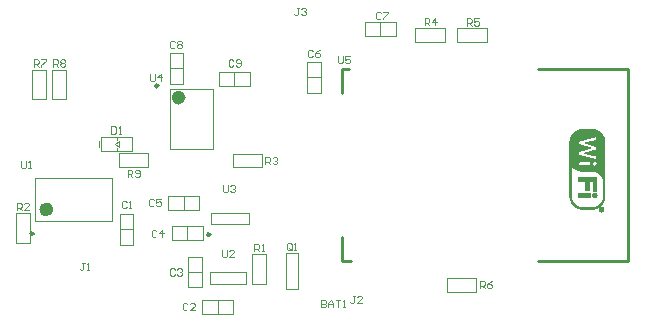
<source format=gbr>
%TF.GenerationSoftware,Altium Limited,Altium Designer,20.1.8 (145)*%
G04 Layer_Color=16777215*
%FSLAX45Y45*%
%MOMM*%
%TF.SameCoordinates,2300FDCC-ED38-457A-842E-A9769F27D6F2*%
%TF.FilePolarity,Positive*%
%TF.FileFunction,Legend,Top*%
%TF.Part,Single*%
G01*
G75*
%TA.AperFunction,NonConductor*%
%ADD32C,0.60000*%
%ADD33C,0.25000*%
%ADD34C,0.10160*%
%ADD35C,0.01270*%
%ADD36C,0.25400*%
D32*
X440080Y1022580D02*
G03*
X440080Y1022580I-30000J0D01*
G01*
X1560000Y1970000D02*
G03*
X1560000Y1970000I-30000J0D01*
G01*
D33*
X302500Y817500D02*
G03*
X302500Y817500I-12500J0D01*
G01*
X1357500Y2070000D02*
G03*
X1357500Y2070000I-12500J0D01*
G01*
X1797500Y809840D02*
G03*
X1797500Y809840I-12500J0D01*
G01*
D34*
X2438999Y650800D02*
X2539000Y650800D01*
X2438999Y650800D02*
X2439000Y350940D01*
X2539000D02*
Y650800D01*
X2439000Y350940D02*
X2539000D01*
X1800140Y395001D02*
Y495001D01*
Y395001D02*
X2100000D01*
X1800140Y495001D02*
X2100000Y495001D01*
X2100000Y395001D01*
X2267793Y395140D02*
Y644060D01*
X2150953Y395140D02*
X2267793D01*
X2150953D02*
Y644060D01*
X2267793D01*
X153640Y988460D02*
X270480D01*
X153640Y739540D02*
Y988460D01*
Y739540D02*
X270480D01*
Y988460D01*
X1990320Y1495326D02*
X2239240D01*
Y1378486D02*
Y1495326D01*
X1990320Y1378486D02*
X2239240D01*
X1990320D02*
Y1495326D01*
X3534180Y2441580D02*
Y2558420D01*
Y2441580D02*
X3783100D01*
Y2558420D01*
X3534180D02*
X3783100D01*
X3889880Y2441580D02*
X4138800D01*
X3889880D02*
Y2558420D01*
X4138800D01*
Y2441580D02*
Y2558420D01*
X4049640Y325580D02*
Y442420D01*
X3800720D02*
X4049640D01*
X3800720Y325580D02*
Y442420D01*
Y325580D02*
X4049640D01*
X289080Y1954300D02*
Y2203220D01*
X405920D01*
Y1954300D02*
Y2203220D01*
X289080Y1954300D02*
X405920D01*
X457200D02*
X574040D01*
Y2203220D01*
X457200D02*
X574040D01*
X457200Y1954300D02*
Y2203220D01*
X1023040Y1498600D02*
X1271960D01*
Y1381760D02*
Y1498600D01*
X1023040Y1381760D02*
X1271960D01*
X1023040D02*
Y1498600D01*
X965000Y927500D02*
Y1292500D01*
X315000Y927500D02*
Y1292500D01*
X965000D01*
X315000Y927500D02*
X965000D01*
X1455000Y1535000D02*
X1825000D01*
X1455000Y2045000D02*
X1825000D01*
Y1535000D02*
Y2045000D01*
X1455000Y1535000D02*
Y2045000D01*
X1026296Y1552687D02*
Y1601993D01*
X988196Y1577340D02*
X1026296Y1601993D01*
X988196Y1577340D02*
X1026296Y1552687D01*
X875420Y1518920D02*
Y1635760D01*
X1139580D01*
X875420Y1518920D02*
X1139580D01*
X852560Y1551940D02*
Y1602740D01*
X1007500Y1518920D02*
Y1542340D01*
Y1612340D02*
Y1635760D01*
X1139580Y1518920D02*
Y1635760D01*
X1805000Y899840D02*
Y989840D01*
X2125000Y899840D02*
Y989840D01*
X1805000Y899840D02*
X2125000D01*
X1805000Y989840D02*
X2125000D01*
X1031580Y983860D02*
X1148420D01*
X1031580Y724780D02*
Y983860D01*
Y724780D02*
X1148420D01*
Y983860D01*
X1031580Y854320D02*
X1148420D01*
X1862380Y139700D02*
Y256540D01*
X1732840D02*
X1991920D01*
Y139700D02*
Y256540D01*
X1732840Y139700D02*
X1991920D01*
X1732840D02*
Y256540D01*
X1611580Y362961D02*
X1728420D01*
Y622041D01*
X1611580D02*
X1728420D01*
X1611580Y362961D02*
Y622041D01*
Y492501D02*
X1728420D01*
X1605040Y761580D02*
Y878420D01*
X1475500D02*
X1734580D01*
Y761580D02*
Y878420D01*
X1475500Y761580D02*
X1734580D01*
X1475500D02*
Y878420D01*
X1442840Y1021420D02*
Y1138260D01*
Y1021420D02*
X1701920D01*
Y1138260D01*
X1442840D02*
X1701920D01*
X1572380Y1021420D02*
Y1138260D01*
X2617596Y2141940D02*
X2734436D01*
X2617596Y2012400D02*
Y2271480D01*
X2734436D01*
Y2012400D02*
Y2271480D01*
X2617596Y2012400D02*
X2734436D01*
X2132040Y2067560D02*
Y2184400D01*
X1872960D02*
X2132040D01*
X1872960Y2067560D02*
Y2184400D01*
Y2067560D02*
X2132040D01*
X2002500D02*
Y2184400D01*
X3237620Y2491580D02*
Y2608420D01*
X3108080Y2491580D02*
X3367160D01*
X3108080D02*
Y2608420D01*
X3367160D01*
Y2491580D02*
Y2608420D01*
X1454802Y2345880D02*
X1571642D01*
X1454802Y2086800D02*
Y2345880D01*
Y2086800D02*
X1571642D01*
Y2345880D01*
X1454802Y2216340D02*
X1571642D01*
X961503Y1726145D02*
Y1665205D01*
X991973D01*
X1002130Y1675362D01*
Y1715988D01*
X991973Y1726145D01*
X961503D01*
X1022443Y1665205D02*
X1042756D01*
X1032600D01*
Y1726145D01*
X1022443Y1715988D01*
X1098810Y1299277D02*
Y1360217D01*
X1129280D01*
X1139436Y1350060D01*
Y1329747D01*
X1129280Y1319590D01*
X1098810D01*
X1119123D02*
X1139436Y1299277D01*
X1159750Y1309433D02*
X1169906Y1299277D01*
X1190220D01*
X1200377Y1309433D01*
Y1350060D01*
X1190220Y1360217D01*
X1169906D01*
X1159750Y1350060D01*
Y1339903D01*
X1169906Y1329747D01*
X1200377D01*
X1908174Y1226971D02*
Y1176187D01*
X1918331Y1166031D01*
X1938644D01*
X1948801Y1176187D01*
Y1226971D01*
X1969114Y1216814D02*
X1979271Y1226971D01*
X1999585D01*
X2009741Y1216814D01*
Y1206657D01*
X1999585Y1196501D01*
X1989428D01*
X1999585D01*
X2009741Y1186344D01*
Y1176187D01*
X1999585Y1166031D01*
X1979271D01*
X1969114Y1176187D01*
X469268Y2231165D02*
Y2292105D01*
X499738D01*
X509895Y2281948D01*
Y2261635D01*
X499738Y2251478D01*
X469268D01*
X489581D02*
X509895Y2231165D01*
X530208Y2281948D02*
X540365Y2292105D01*
X560678D01*
X570835Y2281948D01*
Y2271791D01*
X560678Y2261635D01*
X570835Y2251478D01*
Y2241321D01*
X560678Y2231165D01*
X540365D01*
X530208Y2241321D01*
Y2251478D01*
X540365Y2261635D01*
X530208Y2271791D01*
Y2281948D01*
X540365Y2261635D02*
X560678D01*
X305137Y2231165D02*
Y2292105D01*
X335607D01*
X345764Y2281948D01*
Y2261635D01*
X335607Y2251478D01*
X305137D01*
X325450D02*
X345764Y2231165D01*
X366077Y2292105D02*
X406704D01*
Y2281948D01*
X366077Y2241321D01*
Y2231165D01*
X734996Y571031D02*
X714683D01*
X724840D01*
Y520248D01*
X714683Y510091D01*
X704526D01*
X694369Y520248D01*
X755310Y510091D02*
X775623D01*
X765466D01*
Y571031D01*
X755310Y560874D01*
X2879216Y2320470D02*
Y2269687D01*
X2889373Y2259530D01*
X2909687D01*
X2919843Y2269687D01*
Y2320470D01*
X2980783D02*
X2940157D01*
Y2290000D01*
X2960470Y2300157D01*
X2970627D01*
X2980783Y2290000D01*
Y2269687D01*
X2970627Y2259530D01*
X2950313D01*
X2940157Y2269687D01*
X1289217Y2170470D02*
Y2119687D01*
X1299373Y2109530D01*
X1319687D01*
X1329843Y2119687D01*
Y2170470D01*
X1380627Y2109530D02*
Y2170470D01*
X1350157Y2140000D01*
X1390784D01*
X1899217Y681370D02*
Y630587D01*
X1909373Y620430D01*
X1929687D01*
X1939843Y630587D01*
Y681370D01*
X2000784Y620430D02*
X1960157D01*
X2000784Y661057D01*
Y671214D01*
X1990627Y681370D01*
X1970314D01*
X1960157Y671214D01*
X197173Y1434394D02*
Y1383611D01*
X207330Y1373454D01*
X227643D01*
X237800Y1383611D01*
Y1434394D01*
X258114Y1373454D02*
X278427D01*
X268270D01*
Y1434394D01*
X258114Y1424237D01*
X4081797Y357850D02*
Y418790D01*
X4112267D01*
X4122423Y408633D01*
Y388320D01*
X4112267Y378163D01*
X4081797D01*
X4102110D02*
X4122423Y357850D01*
X4183363Y418790D02*
X4163050Y408633D01*
X4142737Y388320D01*
Y368007D01*
X4152893Y357850D01*
X4173207D01*
X4183363Y368007D01*
Y378163D01*
X4173207Y388320D01*
X4142737D01*
X3969963Y2578986D02*
Y2639926D01*
X4000433D01*
X4010590Y2629769D01*
Y2609456D01*
X4000433Y2599299D01*
X3969963D01*
X3990276D02*
X4010590Y2578986D01*
X4071530Y2639926D02*
X4030903D01*
Y2609456D01*
X4051216Y2619612D01*
X4061373D01*
X4071530Y2609456D01*
Y2589142D01*
X4061373Y2578986D01*
X4041060D01*
X4030903Y2589142D01*
X3612984Y2581425D02*
Y2642365D01*
X3643454D01*
X3653610Y2632209D01*
Y2611895D01*
X3643454Y2601739D01*
X3612984D01*
X3633297D02*
X3653610Y2581425D01*
X3704394D02*
Y2642365D01*
X3673924Y2611895D01*
X3714551D01*
X2265697Y1404630D02*
Y1465570D01*
X2296167D01*
X2306323Y1455413D01*
Y1435100D01*
X2296167Y1424943D01*
X2265697D01*
X2286010D02*
X2306323Y1404630D01*
X2326637Y1455413D02*
X2336793Y1465570D01*
X2357107D01*
X2367263Y1455413D01*
Y1445257D01*
X2357107Y1435100D01*
X2346950D01*
X2357107D01*
X2367263Y1424943D01*
Y1414787D01*
X2357107Y1404630D01*
X2336793D01*
X2326637Y1414787D01*
X161277Y1016010D02*
Y1076950D01*
X191747D01*
X201903Y1066793D01*
Y1046480D01*
X191747Y1036323D01*
X161277D01*
X181590D02*
X201903Y1016010D01*
X262844D02*
X222217D01*
X262844Y1056637D01*
Y1066793D01*
X252687Y1076950D01*
X232373D01*
X222217Y1066793D01*
X2172534Y666726D02*
Y727666D01*
X2203004D01*
X2213161Y717509D01*
Y697196D01*
X2203004Y687039D01*
X2172534D01*
X2192848D02*
X2213161Y666726D01*
X2233474D02*
X2253788D01*
X2243631D01*
Y727666D01*
X2233474Y717509D01*
X2487435Y689488D02*
Y730114D01*
X2477279Y740271D01*
X2456965D01*
X2446808Y730114D01*
Y689488D01*
X2456965Y679331D01*
X2477279D01*
X2467122Y699644D02*
X2487435Y679331D01*
X2477279D02*
X2487435Y689488D01*
X2507749Y679331D02*
X2528062D01*
X2517905D01*
Y740271D01*
X2507749Y730114D01*
X3024063Y291790D02*
X3003750D01*
X3013907D01*
Y241007D01*
X3003750Y230850D01*
X2993593D01*
X2983437Y241007D01*
X3085003Y230850D02*
X3044377D01*
X3085003Y271477D01*
Y281633D01*
X3074847Y291790D01*
X3054533D01*
X3044377Y281633D01*
X1499179Y2439863D02*
X1489022Y2450020D01*
X1468709D01*
X1458552Y2439863D01*
Y2399237D01*
X1468709Y2389080D01*
X1489022D01*
X1499179Y2399237D01*
X1519492Y2439863D02*
X1529649Y2450020D01*
X1549962D01*
X1560119Y2439863D01*
Y2429707D01*
X1549962Y2419550D01*
X1560119Y2409393D01*
Y2399237D01*
X1549962Y2389080D01*
X1529649D01*
X1519492Y2399237D01*
Y2409393D01*
X1529649Y2419550D01*
X1519492Y2429707D01*
Y2439863D01*
X1529649Y2419550D02*
X1549962D01*
X3244997Y2684097D02*
X3234840Y2694254D01*
X3214526D01*
X3204370Y2684097D01*
Y2643470D01*
X3214526Y2633314D01*
X3234840D01*
X3244997Y2643470D01*
X3265310Y2694254D02*
X3305937D01*
Y2684097D01*
X3265310Y2643470D01*
Y2633314D01*
X1993777Y2283084D02*
X1983620Y2293241D01*
X1963307D01*
X1953150Y2283084D01*
Y2242457D01*
X1963307Y2232301D01*
X1983620D01*
X1993777Y2242457D01*
X2014090D02*
X2024247Y2232301D01*
X2044561D01*
X2054717Y2242457D01*
Y2283084D01*
X2044561Y2293241D01*
X2024247D01*
X2014090Y2283084D01*
Y2272927D01*
X2024247Y2262771D01*
X2054717D01*
X2664720Y2366398D02*
X2654564Y2376555D01*
X2634250D01*
X2624094Y2366398D01*
Y2325771D01*
X2634250Y2315615D01*
X2654564D01*
X2664720Y2325771D01*
X2725661Y2376555D02*
X2705347Y2366398D01*
X2685034Y2346085D01*
Y2325771D01*
X2695190Y2315615D01*
X2715504D01*
X2725661Y2325771D01*
Y2335928D01*
X2715504Y2346085D01*
X2685034D01*
X1319843Y1100154D02*
X1309687Y1110310D01*
X1289373D01*
X1279217Y1100154D01*
Y1059527D01*
X1289373Y1049370D01*
X1309687D01*
X1319843Y1059527D01*
X1380784Y1110310D02*
X1340157D01*
Y1079840D01*
X1360470Y1089997D01*
X1370627D01*
X1380784Y1079840D01*
Y1059527D01*
X1370627Y1049370D01*
X1350314D01*
X1340157Y1059527D01*
X1342504Y840313D02*
X1332347Y850470D01*
X1312034D01*
X1301877Y840313D01*
Y799686D01*
X1312034Y789530D01*
X1332347D01*
X1342504Y799686D01*
X1393287Y789530D02*
Y850470D01*
X1362817Y820000D01*
X1403444D01*
X1498603Y512814D02*
X1488447Y522971D01*
X1468133D01*
X1457977Y512814D01*
Y472187D01*
X1468133Y462031D01*
X1488447D01*
X1498603Y472187D01*
X1518917Y512814D02*
X1529073Y522971D01*
X1549387D01*
X1559543Y512814D01*
Y502657D01*
X1549387Y492501D01*
X1539230D01*
X1549387D01*
X1559543Y482344D01*
Y472187D01*
X1549387Y462031D01*
X1529073D01*
X1518917Y472187D01*
X1605284Y218133D02*
X1595127Y228290D01*
X1574813D01*
X1564657Y218133D01*
Y177507D01*
X1574813Y167350D01*
X1595127D01*
X1605284Y177507D01*
X1666224Y167350D02*
X1625597D01*
X1666224Y207977D01*
Y218133D01*
X1656067Y228290D01*
X1635754D01*
X1625597Y218133D01*
X1090000Y1087113D02*
X1079843Y1097270D01*
X1059530D01*
X1049373Y1087113D01*
Y1046487D01*
X1059530Y1036330D01*
X1079843D01*
X1090000Y1046487D01*
X1110314Y1036330D02*
X1130627D01*
X1120470D01*
Y1097270D01*
X1110314Y1087113D01*
X2738153Y253990D02*
Y193050D01*
X2768623D01*
X2778780Y203207D01*
Y213363D01*
X2768623Y223520D01*
X2738153D01*
X2768623D01*
X2778780Y233677D01*
Y243833D01*
X2768623Y253990D01*
X2738153D01*
X2799093Y193050D02*
Y233677D01*
X2819407Y253990D01*
X2839720Y233677D01*
Y193050D01*
Y223520D01*
X2799093D01*
X2860033Y253990D02*
X2900660D01*
X2880347D01*
Y193050D01*
X2920974D02*
X2941287D01*
X2931130D01*
Y253990D01*
X2920974Y243833D01*
X2549319Y2729077D02*
X2529006D01*
X2539162D01*
Y2678294D01*
X2529006Y2668137D01*
X2518849D01*
X2508692Y2678294D01*
X2569632Y2718921D02*
X2579789Y2729077D01*
X2600102D01*
X2610259Y2718921D01*
Y2708764D01*
X2600102Y2698607D01*
X2589946D01*
X2600102D01*
X2610259Y2688451D01*
Y2678294D01*
X2600102Y2668137D01*
X2579789D01*
X2569632Y2678294D01*
D35*
X4840070Y1130540D02*
Y1600440D01*
X4841340Y1120380D02*
Y1609330D01*
X4842610Y1115300D02*
Y1615680D01*
X4843880Y1110220D02*
Y1620760D01*
X4845150Y1106410D02*
Y1624570D01*
X4846420Y1102600D02*
Y1628380D01*
X4847690Y1098790D02*
Y1632190D01*
X4848960Y1096250D02*
Y1634730D01*
X4850230Y1093710D02*
Y1637270D01*
X4851500Y1091170D02*
Y1128000D01*
Y1398510D02*
Y1639810D01*
X4852770Y1088630D02*
Y1119110D01*
Y1397240D02*
Y1642350D01*
X4854040Y1086090D02*
Y1112760D01*
Y1394700D02*
Y1644890D01*
X4855310Y1083550D02*
Y1108950D01*
Y1393430D02*
Y1647430D01*
X4856580Y1081010D02*
Y1105140D01*
Y1392160D02*
Y1649970D01*
X4857850Y1079740D02*
Y1101330D01*
Y1390890D02*
Y1651240D01*
X4859120Y1077200D02*
Y1098790D01*
Y1389620D02*
Y1653780D01*
X4860390Y1075930D02*
Y1096250D01*
Y1388350D02*
Y1655050D01*
X4861660Y1074660D02*
Y1093710D01*
Y1387080D02*
Y1657590D01*
X4862930Y1072120D02*
Y1091170D01*
Y1385810D02*
Y1658860D01*
X4864200Y1070850D02*
Y1088630D01*
Y1384540D02*
Y1660130D01*
X4865470Y1069580D02*
Y1086090D01*
Y1383270D02*
Y1661400D01*
X4866740Y1068310D02*
Y1084820D01*
Y1382000D02*
Y1662670D01*
X4868010Y1065770D02*
Y1082280D01*
Y1380730D02*
Y1665210D01*
X4869280Y1064500D02*
Y1081010D01*
Y1379460D02*
Y1666480D01*
X4870550Y1063230D02*
Y1079740D01*
Y1379460D02*
Y1667750D01*
X4871820Y1061960D02*
Y1077200D01*
Y1378190D02*
Y1669020D01*
X4873090Y1060690D02*
Y1075930D01*
Y1376920D02*
Y1670290D01*
X4874360Y1059420D02*
Y1074660D01*
Y1375650D02*
Y1671560D01*
X4875630Y1058150D02*
Y1073390D01*
Y1374380D02*
Y1672830D01*
X4876900Y1056880D02*
Y1072120D01*
Y1374380D02*
Y1674100D01*
X4878170Y1055610D02*
Y1069580D01*
Y1373110D02*
Y1675370D01*
X4879440Y1055610D02*
Y1068310D01*
Y1371840D02*
Y1676640D01*
X4880710Y1054340D02*
Y1067040D01*
Y1371840D02*
Y1676640D01*
X4881980Y1053070D02*
Y1065770D01*
Y1370570D02*
Y1677910D01*
X4883250Y1051800D02*
Y1065770D01*
Y1369300D02*
Y1679180D01*
X4884520Y1050530D02*
Y1064500D01*
Y1369300D02*
Y1680450D01*
X4885790Y1050530D02*
Y1063230D01*
Y1368030D02*
Y1680450D01*
X4887060Y1049260D02*
Y1061960D01*
Y1366760D02*
Y1681720D01*
X4888330Y1047990D02*
Y1060690D01*
Y1366760D02*
Y1682990D01*
X4889600Y1046720D02*
Y1059420D01*
Y1365490D02*
Y1684260D01*
X4890870Y1046720D02*
Y1059420D01*
Y1365490D02*
Y1684260D01*
X4892140Y1045450D02*
Y1058150D01*
Y1364220D02*
Y1685530D01*
X4893410Y1044180D02*
Y1056880D01*
Y1364220D02*
Y1686800D01*
X4894680Y1044180D02*
Y1055610D01*
Y1362950D02*
Y1686800D01*
X4895950Y1042910D02*
Y1055610D01*
Y1362950D02*
Y1688070D01*
X4897220Y1042910D02*
Y1054340D01*
Y1361680D02*
Y1688070D01*
X4898490Y1041640D02*
Y1053070D01*
Y1361680D02*
Y1689340D01*
X4899760Y1041640D02*
Y1053070D01*
Y1360410D02*
Y1690610D01*
X4901030Y1040370D02*
Y1051800D01*
Y1360410D02*
Y1690610D01*
X4902300Y1040370D02*
Y1051800D01*
Y1360410D02*
Y1691880D01*
X4903570Y1039100D02*
Y1050530D01*
Y1359140D02*
Y1691880D01*
X4904840Y1039100D02*
Y1050530D01*
Y1359140D02*
Y1693150D01*
X4906110Y1037830D02*
Y1049260D01*
Y1357870D02*
Y1693150D01*
X4907380Y1037830D02*
Y1049260D01*
Y1357870D02*
Y1693150D01*
X4908650Y1036560D02*
Y1047990D01*
Y1357870D02*
Y1694420D01*
X4909920Y1036560D02*
Y1047990D01*
Y1356600D02*
Y1694420D01*
X4911190Y1035290D02*
Y1046720D01*
Y1126730D02*
Y1128000D01*
Y1131810D02*
Y1152130D01*
Y1154670D02*
Y1157210D01*
Y1263890D02*
Y1295640D01*
Y1356600D02*
Y1395970D01*
Y1427720D02*
Y1487410D01*
Y1507730D02*
Y1510270D01*
Y1511540D02*
Y1512810D01*
Y1515350D02*
Y1578850D01*
Y1599170D02*
Y1600440D01*
Y1602980D02*
Y1695690D01*
X4912460Y1035290D02*
Y1046720D01*
Y1126730D02*
Y1159750D01*
Y1263890D02*
Y1298180D01*
Y1356600D02*
Y1395970D01*
Y1428990D02*
Y1487410D01*
Y1515350D02*
Y1576310D01*
Y1604250D02*
Y1695690D01*
X4913730Y1035290D02*
Y1045450D01*
Y1126730D02*
Y1159750D01*
Y1263890D02*
Y1298180D01*
Y1355330D02*
Y1395970D01*
Y1428990D02*
Y1486140D01*
Y1515350D02*
Y1576310D01*
Y1604250D02*
Y1695690D01*
X4915000Y1034020D02*
Y1045450D01*
Y1126730D02*
Y1159750D01*
Y1263890D02*
Y1298180D01*
Y1355330D02*
Y1395970D01*
Y1428990D02*
Y1486140D01*
Y1516620D02*
Y1576310D01*
Y1604250D02*
Y1696960D01*
X4916270Y1034020D02*
Y1045450D01*
Y1126730D02*
Y1159750D01*
Y1263890D02*
Y1298180D01*
Y1355330D02*
Y1395970D01*
Y1427720D02*
Y1486140D01*
Y1516620D02*
Y1575040D01*
Y1605520D02*
Y1696960D01*
X4917540Y1034020D02*
Y1044180D01*
Y1126730D02*
Y1159750D01*
Y1263890D02*
Y1298180D01*
Y1355330D02*
Y1395970D01*
Y1427720D02*
Y1486140D01*
Y1516620D02*
Y1575040D01*
Y1605520D02*
Y1698230D01*
X4918810Y1032750D02*
Y1044180D01*
Y1126730D02*
Y1159750D01*
Y1263890D02*
Y1298180D01*
Y1354060D02*
Y1395970D01*
Y1428990D02*
Y1484870D01*
Y1517890D02*
Y1575040D01*
Y1605520D02*
Y1698230D01*
X4920080Y1032750D02*
Y1044180D01*
Y1126730D02*
Y1159750D01*
Y1263890D02*
Y1298180D01*
Y1354060D02*
Y1395970D01*
Y1428990D02*
Y1484870D01*
Y1517890D02*
Y1573770D01*
Y1605520D02*
Y1698230D01*
X4921350Y1032750D02*
Y1042910D01*
Y1126730D02*
Y1159750D01*
Y1263890D02*
Y1298180D01*
Y1354060D02*
Y1395970D01*
Y1428990D02*
Y1484870D01*
Y1517890D02*
Y1573770D01*
Y1606790D02*
Y1698230D01*
X4922620Y1031480D02*
Y1042910D01*
Y1126730D02*
Y1159750D01*
Y1263890D02*
Y1298180D01*
Y1354060D02*
Y1395970D01*
Y1428990D02*
Y1484870D01*
Y1517890D02*
Y1573770D01*
Y1606790D02*
Y1699500D01*
X4923890Y1031480D02*
Y1042910D01*
Y1126730D02*
Y1159750D01*
Y1263890D02*
Y1298180D01*
Y1352790D02*
Y1395970D01*
Y1428990D02*
Y1483600D01*
Y1519160D02*
Y1573770D01*
Y1606790D02*
Y1699500D01*
X4925160Y1031480D02*
Y1041640D01*
Y1126730D02*
Y1159750D01*
Y1263890D02*
Y1298180D01*
Y1352790D02*
Y1395970D01*
Y1428990D02*
Y1483600D01*
Y1519160D02*
Y1572500D01*
Y1608060D02*
Y1699500D01*
X4926430Y1031480D02*
Y1041640D01*
Y1126730D02*
Y1159750D01*
Y1263890D02*
Y1298180D01*
Y1352790D02*
Y1395970D01*
Y1428990D02*
Y1483600D01*
Y1519160D02*
Y1572500D01*
Y1608060D02*
Y1700770D01*
X4927700Y1030210D02*
Y1041640D01*
Y1126730D02*
Y1159750D01*
Y1263890D02*
Y1298180D01*
Y1352790D02*
Y1395970D01*
Y1428990D02*
Y1482330D01*
Y1520430D02*
Y1572500D01*
Y1608060D02*
Y1700770D01*
X4928970Y1030210D02*
Y1041640D01*
Y1126730D02*
Y1159750D01*
Y1263890D02*
Y1298180D01*
Y1352790D02*
Y1395970D01*
Y1428990D02*
Y1482330D01*
Y1520430D02*
Y1571230D01*
Y1608060D02*
Y1700770D01*
X4930240Y1030210D02*
Y1040370D01*
Y1126730D02*
Y1159750D01*
Y1263890D02*
Y1298180D01*
Y1351520D02*
Y1395970D01*
Y1428990D02*
Y1482330D01*
Y1520430D02*
Y1571230D01*
Y1609330D02*
Y1700770D01*
X4931510Y1030210D02*
Y1040370D01*
Y1126730D02*
Y1159750D01*
Y1263890D02*
Y1298180D01*
Y1351520D02*
Y1395970D01*
Y1428990D02*
Y1482330D01*
Y1520430D02*
Y1571230D01*
Y1609330D02*
Y1700770D01*
X4932780Y1030210D02*
Y1040370D01*
Y1126730D02*
Y1159750D01*
Y1263890D02*
Y1298180D01*
Y1351520D02*
Y1395970D01*
Y1428990D02*
Y1481060D01*
Y1521700D02*
Y1571230D01*
Y1609330D02*
Y1702040D01*
X4934050Y1028940D02*
Y1040370D01*
Y1126730D02*
Y1159750D01*
Y1263890D02*
Y1298180D01*
Y1351520D02*
Y1395970D01*
Y1428990D02*
Y1481060D01*
Y1521700D02*
Y1569960D01*
Y1609330D02*
Y1702040D01*
X4935320Y1028940D02*
Y1040370D01*
Y1126730D02*
Y1159750D01*
Y1263890D02*
Y1298180D01*
Y1351520D02*
Y1395970D01*
Y1428990D02*
Y1481060D01*
Y1521700D02*
Y1569960D01*
Y1610600D02*
Y1702040D01*
X4936590Y1028940D02*
Y1039100D01*
Y1126730D02*
Y1159750D01*
Y1263890D02*
Y1298180D01*
Y1351520D02*
Y1395970D01*
Y1428990D02*
Y1481060D01*
Y1522970D02*
Y1569960D01*
Y1610600D02*
Y1702040D01*
X4937860Y1028940D02*
Y1039100D01*
Y1126730D02*
Y1159750D01*
Y1263890D02*
Y1298180D01*
Y1351520D02*
Y1395970D01*
Y1428990D02*
Y1479790D01*
Y1522970D02*
Y1568690D01*
Y1610600D02*
Y1702040D01*
X4939130Y1028940D02*
Y1039100D01*
Y1126730D02*
Y1159750D01*
Y1263890D02*
Y1298180D01*
Y1351520D02*
Y1395970D01*
Y1428990D02*
Y1479790D01*
Y1522970D02*
Y1568690D01*
Y1610600D02*
Y1702040D01*
X4940400Y1028940D02*
Y1039100D01*
Y1126730D02*
Y1159750D01*
Y1263890D02*
Y1298180D01*
Y1350250D02*
Y1395970D01*
Y1428990D02*
Y1479790D01*
Y1524240D02*
Y1568690D01*
Y1611870D02*
Y1702040D01*
X4941670Y1027670D02*
Y1039100D01*
Y1126730D02*
Y1159750D01*
Y1263890D02*
Y1298180D01*
Y1350250D02*
Y1395970D01*
Y1428990D02*
Y1479790D01*
Y1524240D02*
Y1568690D01*
Y1611870D02*
Y1703310D01*
X4942940Y1027670D02*
Y1039100D01*
Y1126730D02*
Y1159750D01*
Y1263890D02*
Y1298180D01*
Y1350250D02*
Y1395970D01*
Y1428990D02*
Y1478520D01*
Y1524240D02*
Y1567420D01*
Y1611870D02*
Y1703310D01*
X4944210Y1027670D02*
Y1039100D01*
Y1126730D02*
Y1159750D01*
Y1263890D02*
Y1298180D01*
Y1350250D02*
Y1395970D01*
Y1428990D02*
Y1478520D01*
Y1524240D02*
Y1567420D01*
Y1613140D02*
Y1703310D01*
X4945480Y1027670D02*
Y1039100D01*
Y1126730D02*
Y1159750D01*
Y1263890D02*
Y1298180D01*
Y1350250D02*
Y1395970D01*
Y1428990D02*
Y1478520D01*
Y1525510D02*
Y1567420D01*
Y1613140D02*
Y1703310D01*
X4946750Y1027670D02*
Y1039100D01*
Y1126730D02*
Y1159750D01*
Y1263890D02*
Y1298180D01*
Y1350250D02*
Y1395970D01*
Y1428990D02*
Y1478520D01*
Y1525510D02*
Y1566150D01*
Y1613140D02*
Y1703310D01*
X4948020Y1027670D02*
Y1039100D01*
Y1126730D02*
Y1159750D01*
Y1263890D02*
Y1298180D01*
Y1350250D02*
Y1395970D01*
Y1428990D02*
Y1477250D01*
Y1525510D02*
Y1566150D01*
Y1613140D02*
Y1703310D01*
X4949290Y1027670D02*
Y1039100D01*
Y1126730D02*
Y1159750D01*
Y1263890D02*
Y1298180D01*
Y1350250D02*
Y1395970D01*
Y1428990D02*
Y1477250D01*
Y1526780D02*
Y1566150D01*
Y1614410D02*
Y1703310D01*
X4950560Y1027670D02*
Y1039100D01*
Y1126730D02*
Y1159750D01*
Y1263890D02*
Y1298180D01*
Y1350250D02*
Y1395970D01*
Y1428990D02*
Y1477250D01*
Y1526780D02*
Y1566150D01*
Y1614410D02*
Y1703310D01*
X4951830Y1027670D02*
Y1039100D01*
Y1126730D02*
Y1159750D01*
Y1263890D02*
Y1298180D01*
Y1350250D02*
Y1395970D01*
Y1428990D02*
Y1475980D01*
Y1526780D02*
Y1564880D01*
Y1614410D02*
Y1703310D01*
X4953100Y1027670D02*
Y1039100D01*
Y1126730D02*
Y1159750D01*
Y1263890D02*
Y1298180D01*
Y1350250D02*
Y1395970D01*
Y1428990D02*
Y1475980D01*
Y1526780D02*
Y1564880D01*
Y1614410D02*
Y1703310D01*
X4954370Y1027670D02*
Y1039100D01*
Y1126730D02*
Y1159750D01*
Y1263890D02*
Y1298180D01*
Y1350250D02*
Y1395970D01*
Y1428990D02*
Y1475980D01*
Y1528050D02*
Y1564880D01*
Y1615680D02*
Y1703310D01*
X4955640Y1027670D02*
Y1039100D01*
Y1126730D02*
Y1159750D01*
Y1263890D02*
Y1298180D01*
Y1350250D02*
Y1395970D01*
Y1428990D02*
Y1475980D01*
Y1528050D02*
Y1563610D01*
Y1615680D02*
Y1703310D01*
X4956910Y1027670D02*
Y1039100D01*
Y1126730D02*
Y1159750D01*
Y1263890D02*
Y1298180D01*
Y1350250D02*
Y1395970D01*
Y1428990D02*
Y1474710D01*
Y1528050D02*
Y1563610D01*
Y1615680D02*
Y1703310D01*
X4958180Y1027670D02*
Y1039100D01*
Y1126730D02*
Y1159750D01*
Y1263890D02*
Y1298180D01*
Y1350250D02*
Y1395970D01*
Y1428990D02*
Y1474710D01*
Y1528050D02*
Y1563610D01*
Y1615680D02*
Y1703310D01*
X4959450Y1027670D02*
Y1039100D01*
Y1126730D02*
Y1159750D01*
Y1263890D02*
Y1298180D01*
Y1350250D02*
Y1395970D01*
Y1428990D02*
Y1474710D01*
Y1529320D02*
Y1563610D01*
Y1616950D02*
Y1703310D01*
X4960720Y1027670D02*
Y1039100D01*
Y1126730D02*
Y1159750D01*
Y1263890D02*
Y1298180D01*
Y1350250D02*
Y1395970D01*
Y1428990D02*
Y1474710D01*
Y1529320D02*
Y1562340D01*
Y1616950D02*
Y1703310D01*
X4961990Y1027670D02*
Y1039100D01*
Y1126730D02*
Y1159750D01*
Y1263890D02*
Y1298180D01*
Y1350250D02*
Y1395970D01*
Y1428990D02*
Y1473440D01*
Y1529320D02*
Y1562340D01*
Y1616950D02*
Y1703310D01*
X4963260Y1027670D02*
Y1039100D01*
Y1126730D02*
Y1159750D01*
Y1263890D02*
Y1298180D01*
Y1350250D02*
Y1395970D01*
Y1428990D02*
Y1473440D01*
Y1530590D02*
Y1562340D01*
Y1618220D02*
Y1703310D01*
X4964530Y1027670D02*
Y1039100D01*
Y1126730D02*
Y1159750D01*
Y1263890D02*
Y1298180D01*
Y1350250D02*
Y1395970D01*
Y1428990D02*
Y1473440D01*
Y1530590D02*
Y1561070D01*
Y1618220D02*
Y1703310D01*
X4965800Y1027670D02*
Y1039100D01*
Y1126730D02*
Y1159750D01*
Y1263890D02*
Y1298180D01*
Y1350250D02*
Y1395970D01*
Y1428990D02*
Y1473440D01*
Y1501380D02*
Y1502650D01*
Y1530590D02*
Y1561070D01*
Y1618220D02*
Y1703310D01*
X4967070Y1027670D02*
Y1039100D01*
Y1126730D02*
Y1159750D01*
Y1263890D02*
Y1298180D01*
Y1350250D02*
Y1395970D01*
Y1428990D02*
Y1472170D01*
Y1501380D02*
Y1502650D01*
Y1531860D02*
Y1561070D01*
Y1618220D02*
Y1703310D01*
X4968340Y1027670D02*
Y1039100D01*
Y1126730D02*
Y1159750D01*
Y1263890D02*
Y1298180D01*
Y1350250D02*
Y1395970D01*
Y1428990D02*
Y1472170D01*
Y1500110D02*
Y1502650D01*
Y1531860D02*
Y1559800D01*
Y1619490D02*
Y1703310D01*
X4969610Y1027670D02*
Y1039100D01*
Y1126730D02*
Y1159750D01*
Y1263890D02*
Y1298180D01*
Y1350250D02*
Y1395970D01*
Y1428990D02*
Y1472170D01*
Y1500110D02*
Y1502650D01*
Y1531860D02*
Y1559800D01*
Y1587740D02*
Y1589010D01*
Y1619490D02*
Y1703310D01*
X4970880Y1027670D02*
Y1039100D01*
Y1126730D02*
Y1159750D01*
Y1263890D02*
Y1298180D01*
Y1350250D02*
Y1395970D01*
Y1428990D02*
Y1472170D01*
Y1500110D02*
Y1503920D01*
Y1531860D02*
Y1559800D01*
Y1587740D02*
Y1590280D01*
Y1619490D02*
Y1703310D01*
X4972150Y1027670D02*
Y1039100D01*
Y1126730D02*
Y1159750D01*
Y1187690D02*
Y1298180D01*
Y1350250D02*
Y1395970D01*
Y1428990D02*
Y1470900D01*
Y1500110D02*
Y1503920D01*
Y1533130D02*
Y1559800D01*
Y1587740D02*
Y1590280D01*
Y1619490D02*
Y1703310D01*
X4973420Y1027670D02*
Y1039100D01*
Y1126730D02*
Y1159750D01*
Y1187690D02*
Y1298180D01*
Y1350250D02*
Y1395970D01*
Y1428990D02*
Y1470900D01*
Y1498840D02*
Y1503920D01*
Y1533130D02*
Y1558530D01*
Y1586470D02*
Y1590280D01*
Y1620760D02*
Y1703310D01*
X4974690Y1027670D02*
Y1039100D01*
Y1126730D02*
Y1159750D01*
Y1187690D02*
Y1298180D01*
Y1350250D02*
Y1395970D01*
Y1428990D02*
Y1470900D01*
Y1498840D02*
Y1505190D01*
Y1533130D02*
Y1558530D01*
Y1586470D02*
Y1590280D01*
Y1620760D02*
Y1703310D01*
X4975960Y1027670D02*
Y1039100D01*
Y1126730D02*
Y1159750D01*
Y1187690D02*
Y1298180D01*
Y1350250D02*
Y1395970D01*
Y1428990D02*
Y1469630D01*
Y1498840D02*
Y1505190D01*
Y1534400D02*
Y1558530D01*
Y1586470D02*
Y1591550D01*
Y1620760D02*
Y1703310D01*
X4977230Y1027670D02*
Y1039100D01*
Y1126730D02*
Y1159750D01*
Y1187690D02*
Y1298180D01*
Y1350250D02*
Y1395970D01*
Y1428990D02*
Y1469630D01*
Y1498840D02*
Y1505190D01*
Y1534400D02*
Y1557260D01*
Y1586470D02*
Y1591550D01*
Y1622030D02*
Y1703310D01*
X4978500Y1027670D02*
Y1039100D01*
Y1126730D02*
Y1159750D01*
Y1187690D02*
Y1298180D01*
Y1350250D02*
Y1395970D01*
Y1428990D02*
Y1469630D01*
Y1498840D02*
Y1505190D01*
Y1534400D02*
Y1557260D01*
Y1585200D02*
Y1591550D01*
Y1622030D02*
Y1703310D01*
X4979770Y1027670D02*
Y1039100D01*
Y1126730D02*
Y1159750D01*
Y1187690D02*
Y1298180D01*
Y1350250D02*
Y1395970D01*
Y1428990D02*
Y1469630D01*
Y1497570D02*
Y1506460D01*
Y1534400D02*
Y1557260D01*
Y1585200D02*
Y1591550D01*
Y1622030D02*
Y1703310D01*
X4981040Y1027670D02*
Y1039100D01*
Y1126730D02*
Y1159750D01*
Y1187690D02*
Y1298180D01*
Y1350250D02*
Y1395970D01*
Y1428990D02*
Y1468360D01*
Y1497570D02*
Y1506460D01*
Y1535670D02*
Y1557260D01*
Y1585200D02*
Y1591550D01*
Y1622030D02*
Y1703310D01*
X4982310Y1027670D02*
Y1039100D01*
Y1126730D02*
Y1159750D01*
Y1187690D02*
Y1298180D01*
Y1350250D02*
Y1395970D01*
Y1428990D02*
Y1468360D01*
Y1497570D02*
Y1506460D01*
Y1535670D02*
Y1555990D01*
Y1583930D02*
Y1592820D01*
Y1623300D02*
Y1703310D01*
X4983580Y1027670D02*
Y1039100D01*
Y1126730D02*
Y1159750D01*
Y1187690D02*
Y1298180D01*
Y1350250D02*
Y1395970D01*
Y1428990D02*
Y1468360D01*
Y1497570D02*
Y1506460D01*
Y1535670D02*
Y1555990D01*
Y1583930D02*
Y1592820D01*
Y1623300D02*
Y1703310D01*
X4984850Y1027670D02*
Y1039100D01*
Y1126730D02*
Y1159750D01*
Y1187690D02*
Y1298180D01*
Y1350250D02*
Y1395970D01*
Y1428990D02*
Y1468360D01*
Y1496300D02*
Y1507730D01*
Y1536940D02*
Y1555990D01*
Y1583930D02*
Y1592820D01*
Y1623300D02*
Y1703310D01*
X4986120Y1027670D02*
Y1039100D01*
Y1126730D02*
Y1159750D01*
Y1187690D02*
Y1298180D01*
Y1350250D02*
Y1395970D01*
Y1428990D02*
Y1467090D01*
Y1496300D02*
Y1507730D01*
Y1536940D02*
Y1554720D01*
Y1582660D02*
Y1592820D01*
Y1623300D02*
Y1703310D01*
X4987390Y1027670D02*
Y1039100D01*
Y1126730D02*
Y1159750D01*
Y1187690D02*
Y1298180D01*
Y1350250D02*
Y1395970D01*
Y1428990D02*
Y1467090D01*
Y1496300D02*
Y1507730D01*
Y1536940D02*
Y1554720D01*
Y1582660D02*
Y1594090D01*
Y1624570D02*
Y1703310D01*
X4988660Y1027670D02*
Y1039100D01*
Y1126730D02*
Y1159750D01*
Y1187690D02*
Y1298180D01*
Y1350250D02*
Y1395970D01*
Y1428990D02*
Y1467090D01*
Y1496300D02*
Y1509000D01*
Y1536940D02*
Y1554720D01*
Y1582660D02*
Y1594090D01*
Y1624570D02*
Y1703310D01*
X4989930Y1027670D02*
Y1039100D01*
Y1126730D02*
Y1159750D01*
Y1187690D02*
Y1298180D01*
Y1350250D02*
Y1395970D01*
Y1428990D02*
Y1467090D01*
Y1495030D02*
Y1509000D01*
Y1538210D02*
Y1554720D01*
Y1582660D02*
Y1594090D01*
Y1624570D02*
Y1703310D01*
X4991200Y1027670D02*
Y1039100D01*
Y1126730D02*
Y1159750D01*
Y1187690D02*
Y1298180D01*
Y1350250D02*
Y1395970D01*
Y1428990D02*
Y1465820D01*
Y1495030D02*
Y1509000D01*
Y1538210D02*
Y1553450D01*
Y1581390D02*
Y1594090D01*
Y1624570D02*
Y1703310D01*
X4992470Y1027670D02*
Y1039100D01*
Y1126730D02*
Y1159750D01*
Y1187690D02*
Y1298180D01*
Y1350250D02*
Y1395970D01*
Y1428990D02*
Y1465820D01*
Y1495030D02*
Y1510270D01*
Y1538210D02*
Y1553450D01*
Y1581390D02*
Y1594090D01*
Y1625840D02*
Y1703310D01*
X4993740Y1027670D02*
Y1039100D01*
Y1126730D02*
Y1159750D01*
Y1187690D02*
Y1298180D01*
Y1350250D02*
Y1395970D01*
Y1428990D02*
Y1465820D01*
Y1495030D02*
Y1510270D01*
Y1539480D02*
Y1553450D01*
Y1581390D02*
Y1595360D01*
Y1625840D02*
Y1703310D01*
X4995010Y1027670D02*
Y1039100D01*
Y1126730D02*
Y1159750D01*
Y1187690D02*
Y1298180D01*
Y1350250D02*
Y1395970D01*
Y1428990D02*
Y1465820D01*
Y1495030D02*
Y1510270D01*
Y1539480D02*
Y1552180D01*
Y1580120D02*
Y1595360D01*
Y1625840D02*
Y1703310D01*
X4996280Y1027670D02*
Y1039100D01*
Y1126730D02*
Y1159750D01*
Y1187690D02*
Y1298180D01*
Y1350250D02*
Y1395970D01*
Y1428990D02*
Y1464550D01*
Y1493760D02*
Y1510270D01*
Y1539480D02*
Y1552180D01*
Y1580120D02*
Y1595360D01*
Y1627110D02*
Y1703310D01*
X4997550Y1027670D02*
Y1039100D01*
Y1126730D02*
Y1159750D01*
Y1187690D02*
Y1298180D01*
Y1350250D02*
Y1395970D01*
Y1428990D02*
Y1464550D01*
Y1493760D02*
Y1511540D01*
Y1539480D02*
Y1552180D01*
Y1580120D02*
Y1595360D01*
Y1627110D02*
Y1703310D01*
X4998820Y1027670D02*
Y1039100D01*
Y1126730D02*
Y1159750D01*
Y1187690D02*
Y1298180D01*
Y1350250D02*
Y1395970D01*
Y1428990D02*
Y1464550D01*
Y1493760D02*
Y1511540D01*
Y1540750D02*
Y1552180D01*
Y1580120D02*
Y1596630D01*
Y1627110D02*
Y1703310D01*
X5000090Y1027670D02*
Y1039100D01*
Y1126730D02*
Y1159750D01*
Y1187690D02*
Y1298180D01*
Y1350250D02*
Y1395970D01*
Y1428990D02*
Y1463280D01*
Y1493760D02*
Y1511540D01*
Y1540750D02*
Y1550910D01*
Y1578850D02*
Y1596630D01*
Y1627110D02*
Y1703310D01*
X5001360Y1027670D02*
Y1039100D01*
Y1126730D02*
Y1159750D01*
Y1187690D02*
Y1298180D01*
Y1350250D02*
Y1395970D01*
Y1428990D02*
Y1463280D01*
Y1492490D02*
Y1512810D01*
Y1540750D02*
Y1550910D01*
Y1578850D02*
Y1596630D01*
Y1628380D02*
Y1703310D01*
X5002630Y1027670D02*
Y1039100D01*
Y1126730D02*
Y1159750D01*
Y1187690D02*
Y1298180D01*
Y1350250D02*
Y1395970D01*
Y1428990D02*
Y1463280D01*
Y1492490D02*
Y1512810D01*
Y1542020D02*
Y1550910D01*
Y1578850D02*
Y1596630D01*
Y1628380D02*
Y1703310D01*
X5003900Y1027670D02*
Y1039100D01*
Y1126730D02*
Y1159750D01*
Y1263890D02*
Y1298180D01*
Y1350250D02*
Y1395970D01*
Y1428990D02*
Y1463280D01*
Y1492490D02*
Y1512810D01*
Y1542020D02*
Y1549640D01*
Y1577580D02*
Y1596630D01*
Y1628380D02*
Y1703310D01*
X5005170Y1027670D02*
Y1039100D01*
Y1126730D02*
Y1159750D01*
Y1263890D02*
Y1298180D01*
Y1350250D02*
Y1395970D01*
Y1428990D02*
Y1462010D01*
Y1492490D02*
Y1512810D01*
Y1542020D02*
Y1549640D01*
Y1577580D02*
Y1597900D01*
Y1628380D02*
Y1703310D01*
X5006440Y1027670D02*
Y1039100D01*
Y1126730D02*
Y1159750D01*
Y1263890D02*
Y1298180D01*
Y1350250D02*
Y1395970D01*
Y1428990D02*
Y1462010D01*
Y1491220D02*
Y1514080D01*
Y1542020D02*
Y1549640D01*
Y1577580D02*
Y1597900D01*
Y1629650D02*
Y1703310D01*
X5007710Y1027670D02*
Y1039100D01*
Y1126730D02*
Y1159750D01*
Y1263890D02*
Y1298180D01*
Y1350250D02*
Y1395970D01*
Y1428990D02*
Y1462010D01*
Y1491220D02*
Y1514080D01*
Y1543290D02*
Y1549640D01*
Y1576310D02*
Y1597900D01*
Y1629650D02*
Y1703310D01*
X5008980Y1027670D02*
Y1039100D01*
Y1126730D02*
Y1159750D01*
Y1263890D02*
Y1298180D01*
Y1350250D02*
Y1395970D01*
Y1428990D02*
Y1462010D01*
Y1491220D02*
Y1514080D01*
Y1543290D02*
Y1548370D01*
Y1576310D02*
Y1597900D01*
Y1629650D02*
Y1703310D01*
X5010250Y1027670D02*
Y1039100D01*
Y1126730D02*
Y1159750D01*
Y1263890D02*
Y1298180D01*
Y1350250D02*
Y1395970D01*
Y1427720D02*
Y1460740D01*
Y1491220D02*
Y1515350D01*
Y1543290D02*
Y1548370D01*
Y1576310D02*
Y1599170D01*
Y1630920D02*
Y1703310D01*
X5011520Y1027670D02*
Y1039100D01*
Y1126730D02*
Y1159750D01*
Y1263890D02*
Y1298180D01*
Y1350250D02*
Y1395970D01*
Y1428990D02*
Y1460740D01*
Y1491220D02*
Y1515350D01*
Y1544560D02*
Y1548370D01*
Y1576310D02*
Y1599170D01*
Y1630920D02*
Y1703310D01*
X5012790Y1027670D02*
Y1039100D01*
Y1126730D02*
Y1159750D01*
Y1263890D02*
Y1298180D01*
Y1350250D02*
Y1395970D01*
Y1428990D02*
Y1460740D01*
Y1489950D02*
Y1515350D01*
Y1544560D02*
Y1547100D01*
Y1575040D02*
Y1599170D01*
Y1630920D02*
Y1703310D01*
X5014060Y1027670D02*
Y1039100D01*
Y1126730D02*
Y1159750D01*
Y1263890D02*
Y1298180D01*
Y1350250D02*
Y1395970D01*
Y1428990D02*
Y1460740D01*
Y1489950D02*
Y1515350D01*
Y1544560D02*
Y1547100D01*
Y1575040D02*
Y1599170D01*
Y1630920D02*
Y1703310D01*
X5015330Y1027670D02*
Y1039100D01*
Y1126730D02*
Y1159750D01*
Y1263890D02*
Y1298180D01*
Y1350250D02*
Y1395970D01*
Y1428990D02*
Y1459470D01*
Y1489950D02*
Y1516620D01*
Y1544560D02*
Y1547100D01*
Y1575040D02*
Y1599170D01*
Y1632190D02*
Y1703310D01*
X5016600Y1027670D02*
Y1039100D01*
Y1126730D02*
Y1159750D01*
Y1263890D02*
Y1298180D01*
Y1350250D02*
Y1395970D01*
Y1428990D02*
Y1459470D01*
Y1489950D02*
Y1516620D01*
Y1545830D02*
Y1547100D01*
Y1573770D02*
Y1600440D01*
Y1632190D02*
Y1703310D01*
X5017870Y1027670D02*
Y1039100D01*
Y1263890D02*
Y1298180D01*
Y1350250D02*
Y1459470D01*
Y1488680D02*
Y1516620D01*
Y1573770D02*
Y1600440D01*
Y1632190D02*
Y1703310D01*
X5019140Y1027670D02*
Y1039100D01*
Y1263890D02*
Y1298180D01*
Y1350250D02*
Y1458200D01*
Y1488680D02*
Y1516620D01*
Y1573770D02*
Y1600440D01*
Y1632190D02*
Y1703310D01*
X5020410Y1027670D02*
Y1039100D01*
Y1263890D02*
Y1298180D01*
Y1350250D02*
Y1458200D01*
Y1488680D02*
Y1517890D01*
Y1572500D02*
Y1600440D01*
Y1633460D02*
Y1703310D01*
X5021680Y1027670D02*
Y1039100D01*
Y1263890D02*
Y1298180D01*
Y1350250D02*
Y1458200D01*
Y1488680D02*
Y1517890D01*
Y1572500D02*
Y1601710D01*
Y1633460D02*
Y1703310D01*
X5022950Y1027670D02*
Y1039100D01*
Y1263890D02*
Y1298180D01*
Y1350250D02*
Y1458200D01*
Y1487410D02*
Y1517890D01*
Y1572500D02*
Y1601710D01*
Y1633460D02*
Y1703310D01*
X5024220Y1027670D02*
Y1039100D01*
Y1263890D02*
Y1298180D01*
Y1350250D02*
Y1456930D01*
Y1487410D02*
Y1519160D01*
Y1572500D02*
Y1601710D01*
Y1633460D02*
Y1703310D01*
X5025490Y1027670D02*
Y1039100D01*
Y1263890D02*
Y1298180D01*
Y1350250D02*
Y1456930D01*
Y1487410D02*
Y1519160D01*
Y1571230D02*
Y1601710D01*
Y1634730D02*
Y1703310D01*
X5026760Y1027670D02*
Y1039100D01*
Y1263890D02*
Y1298180D01*
Y1350250D02*
Y1456930D01*
Y1487410D02*
Y1519160D01*
Y1571230D02*
Y1602980D01*
Y1634730D02*
Y1703310D01*
X5028030Y1027670D02*
Y1039100D01*
Y1263890D02*
Y1298180D01*
Y1350250D02*
Y1456930D01*
Y1486140D02*
Y1519160D01*
Y1571230D02*
Y1602980D01*
Y1634730D02*
Y1703310D01*
X5029300Y1027670D02*
Y1039100D01*
Y1263890D02*
Y1298180D01*
Y1350250D02*
Y1455660D01*
Y1486140D02*
Y1520430D01*
Y1569960D02*
Y1602980D01*
Y1636000D02*
Y1703310D01*
X5030570Y1027670D02*
Y1039100D01*
Y1263890D02*
Y1298180D01*
Y1350250D02*
Y1455660D01*
Y1486140D02*
Y1520430D01*
Y1569960D02*
Y1602980D01*
Y1636000D02*
Y1703310D01*
X5031840Y1027670D02*
Y1039100D01*
Y1143240D02*
Y1144510D01*
Y1263890D02*
Y1298180D01*
Y1350250D02*
Y1412480D01*
Y1413750D02*
Y1455660D01*
Y1486140D02*
Y1520430D01*
Y1569960D02*
Y1602980D01*
Y1636000D02*
Y1703310D01*
X5033110Y1027670D02*
Y1039100D01*
Y1135620D02*
Y1149590D01*
Y1263890D02*
Y1298180D01*
Y1350250D02*
Y1404860D01*
Y1418830D02*
Y1455660D01*
Y1486140D02*
Y1521700D01*
Y1569960D02*
Y1604250D01*
Y1636000D02*
Y1703310D01*
X5034380Y1027670D02*
Y1039100D01*
Y1133080D02*
Y1153400D01*
Y1263890D02*
Y1298180D01*
Y1350250D02*
Y1402320D01*
Y1421370D02*
Y1454390D01*
Y1484870D02*
Y1521700D01*
Y1568690D02*
Y1604250D01*
Y1637270D02*
Y1703310D01*
X5035650Y1028940D02*
Y1039100D01*
Y1131810D02*
Y1154670D01*
Y1182610D02*
Y1298180D01*
Y1350250D02*
Y1399780D01*
Y1423910D02*
Y1454390D01*
Y1484870D02*
Y1521700D01*
Y1568690D02*
Y1604250D01*
Y1637270D02*
Y1702040D01*
X5036920Y1028940D02*
Y1039100D01*
Y1129270D02*
Y1155940D01*
Y1181340D02*
Y1298180D01*
Y1350250D02*
Y1398510D01*
Y1425180D02*
Y1454390D01*
Y1484870D02*
Y1521700D01*
Y1568690D02*
Y1604250D01*
Y1637270D02*
Y1702040D01*
X5038190Y1028940D02*
Y1039100D01*
Y1128000D02*
Y1157210D01*
Y1182610D02*
Y1298180D01*
Y1348980D02*
Y1397240D01*
Y1426450D02*
Y1454390D01*
Y1484870D02*
Y1522970D01*
Y1567420D02*
Y1605520D01*
Y1637270D02*
Y1702040D01*
X5039460Y1028940D02*
Y1039100D01*
Y1128000D02*
Y1158480D01*
Y1182610D02*
Y1298180D01*
Y1348980D02*
Y1397240D01*
Y1427720D02*
Y1453120D01*
Y1484870D02*
Y1522970D01*
Y1567420D02*
Y1605520D01*
Y1638540D02*
Y1702040D01*
X5040730Y1028940D02*
Y1040370D01*
Y1126730D02*
Y1159750D01*
Y1182610D02*
Y1298180D01*
Y1348980D02*
Y1395970D01*
Y1428990D02*
Y1453120D01*
Y1483600D02*
Y1522970D01*
Y1567420D02*
Y1605520D01*
Y1638540D02*
Y1702040D01*
X5042000Y1028940D02*
Y1040370D01*
Y1125460D02*
Y1159750D01*
Y1182610D02*
Y1298180D01*
Y1348980D02*
Y1394700D01*
Y1428990D02*
Y1453120D01*
Y1483600D02*
Y1524240D01*
Y1566150D02*
Y1605520D01*
Y1638540D02*
Y1702040D01*
X5043270Y1028940D02*
Y1040370D01*
Y1125460D02*
Y1161020D01*
Y1182610D02*
Y1298180D01*
Y1348980D02*
Y1394700D01*
Y1430260D02*
Y1451850D01*
Y1483600D02*
Y1524240D01*
Y1566150D02*
Y1605520D01*
Y1638540D02*
Y1702040D01*
X5044540Y1030210D02*
Y1040370D01*
Y1125460D02*
Y1161020D01*
Y1182610D02*
Y1298180D01*
Y1348980D02*
Y1393430D01*
Y1430260D02*
Y1451850D01*
Y1483600D02*
Y1524240D01*
Y1566150D02*
Y1606790D01*
Y1639810D02*
Y1700770D01*
X5045810Y1030210D02*
Y1040370D01*
Y1124190D02*
Y1161020D01*
Y1182610D02*
Y1298180D01*
Y1348980D02*
Y1393430D01*
Y1430260D02*
Y1451850D01*
Y1482330D02*
Y1524240D01*
Y1566150D02*
Y1606790D01*
Y1639810D02*
Y1700770D01*
X5047080Y1030210D02*
Y1041640D01*
Y1124190D02*
Y1162290D01*
Y1182610D02*
Y1298180D01*
Y1347710D02*
Y1393430D01*
Y1430260D02*
Y1451850D01*
Y1482330D02*
Y1525510D01*
Y1564880D02*
Y1606790D01*
Y1639810D02*
Y1700770D01*
X5048350Y1030210D02*
Y1041640D01*
Y1124190D02*
Y1162290D01*
Y1182610D02*
Y1298180D01*
Y1347710D02*
Y1393430D01*
Y1431530D02*
Y1450580D01*
Y1482330D02*
Y1525510D01*
Y1564880D02*
Y1606790D01*
Y1641080D02*
Y1700770D01*
X5049620Y1030210D02*
Y1041640D01*
Y1124190D02*
Y1162290D01*
Y1182610D02*
Y1298180D01*
Y1347710D02*
Y1393430D01*
Y1431530D02*
Y1450580D01*
Y1482330D02*
Y1525510D01*
Y1564880D02*
Y1608060D01*
Y1641080D02*
Y1700770D01*
X5050890Y1031480D02*
Y1041640D01*
Y1124190D02*
Y1162290D01*
Y1182610D02*
Y1298180D01*
Y1347710D02*
Y1392160D01*
Y1431530D02*
Y1450580D01*
Y1481060D02*
Y1526780D01*
Y1563610D02*
Y1608060D01*
Y1641080D02*
Y1699500D01*
X5052160Y1031480D02*
Y1042910D01*
Y1124190D02*
Y1162290D01*
Y1182610D02*
Y1298180D01*
Y1346440D02*
Y1393430D01*
Y1431530D02*
Y1450580D01*
Y1481060D02*
Y1526780D01*
Y1563610D02*
Y1608060D01*
Y1641080D02*
Y1699500D01*
X5053430Y1031480D02*
Y1042910D01*
Y1124190D02*
Y1162290D01*
Y1182610D02*
Y1298180D01*
Y1346440D02*
Y1393430D01*
Y1431530D02*
Y1449310D01*
Y1481060D02*
Y1526780D01*
Y1563610D02*
Y1608060D01*
Y1642350D02*
Y1699500D01*
X5054700Y1032750D02*
Y1042910D01*
Y1124190D02*
Y1162290D01*
Y1182610D02*
Y1298180D01*
Y1346440D02*
Y1393430D01*
Y1431530D02*
Y1449310D01*
Y1481060D02*
Y1526780D01*
Y1563610D02*
Y1608060D01*
Y1642350D02*
Y1699500D01*
X5055970Y1032750D02*
Y1042910D01*
Y1124190D02*
Y1161020D01*
Y1182610D02*
Y1298180D01*
Y1346440D02*
Y1393430D01*
Y1430260D02*
Y1449310D01*
Y1479790D02*
Y1528050D01*
Y1562340D02*
Y1609330D01*
Y1642350D02*
Y1698230D01*
X5057240Y1032750D02*
Y1044180D01*
Y1124190D02*
Y1161020D01*
Y1182610D02*
Y1298180D01*
Y1345170D02*
Y1393430D01*
Y1430260D02*
Y1449310D01*
Y1479790D02*
Y1528050D01*
Y1562340D02*
Y1609330D01*
Y1642350D02*
Y1698230D01*
X5058510Y1032750D02*
Y1044180D01*
Y1125460D02*
Y1161020D01*
Y1182610D02*
Y1298180D01*
Y1345170D02*
Y1394700D01*
Y1430260D02*
Y1448040D01*
Y1479790D02*
Y1528050D01*
Y1562340D02*
Y1609330D01*
Y1643620D02*
Y1698230D01*
X5059780Y1034020D02*
Y1045450D01*
Y1125460D02*
Y1159750D01*
Y1182610D02*
Y1298180D01*
Y1345170D02*
Y1394700D01*
Y1428990D02*
Y1448040D01*
Y1479790D02*
Y1529320D01*
Y1561070D02*
Y1609330D01*
Y1643620D02*
Y1696960D01*
X5061050Y1034020D02*
Y1045450D01*
Y1126730D02*
Y1159750D01*
Y1182610D02*
Y1298180D01*
Y1343900D02*
Y1395970D01*
Y1428990D02*
Y1448040D01*
Y1479790D02*
Y1529320D01*
Y1561070D02*
Y1610600D01*
Y1643620D02*
Y1696960D01*
X5062320Y1035290D02*
Y1045450D01*
Y1128000D02*
Y1158480D01*
Y1182610D02*
Y1298180D01*
Y1343900D02*
Y1395970D01*
Y1427720D02*
Y1448040D01*
Y1478520D02*
Y1529320D01*
Y1561070D02*
Y1610600D01*
Y1643620D02*
Y1696960D01*
X5063590Y1035290D02*
Y1046720D01*
Y1128000D02*
Y1157210D01*
Y1181340D02*
Y1298180D01*
Y1342630D02*
Y1397240D01*
Y1426450D02*
Y1446770D01*
Y1478520D02*
Y1529320D01*
Y1559800D02*
Y1610600D01*
Y1644890D02*
Y1695690D01*
X5064860Y1035290D02*
Y1046720D01*
Y1129270D02*
Y1155940D01*
Y1182610D02*
Y1298180D01*
Y1342630D02*
Y1398510D01*
Y1425180D02*
Y1446770D01*
Y1478520D02*
Y1530590D01*
Y1559800D02*
Y1610600D01*
Y1644890D02*
Y1695690D01*
X5066130Y1036560D02*
Y1047990D01*
Y1130540D02*
Y1154670D01*
Y1342630D02*
Y1399780D01*
Y1423910D02*
Y1446770D01*
Y1448040D02*
Y1449310D01*
Y1477250D02*
Y1530590D01*
Y1531860D02*
Y1534400D01*
Y1535670D02*
Y1536940D01*
Y1559800D02*
Y1614410D01*
Y1615680D02*
Y1618220D01*
Y1641080D02*
Y1642350D01*
Y1643620D02*
Y1694420D01*
X5067400Y1036560D02*
Y1047990D01*
Y1133080D02*
Y1153400D01*
Y1341360D02*
Y1402320D01*
Y1422640D02*
Y1694420D01*
X5068670Y1037830D02*
Y1047990D01*
Y1135620D02*
Y1150860D01*
Y1341360D02*
Y1404860D01*
Y1420100D02*
Y1694420D01*
X5069940Y1037830D02*
Y1049260D01*
Y1140700D02*
Y1145780D01*
Y1340090D02*
Y1408670D01*
Y1415020D02*
Y1693150D01*
X5071210Y1037830D02*
Y1049260D01*
Y1340090D02*
Y1693150D01*
X5072480Y1039100D02*
Y1050530D01*
Y1338820D02*
Y1691880D01*
X5073750Y1039100D02*
Y1051800D01*
Y1338820D02*
Y1691880D01*
X5075020Y1040370D02*
Y1051800D01*
Y1337550D02*
Y1690610D01*
X5076290Y1040370D02*
Y1053070D01*
Y1337550D02*
Y1690610D01*
X5077560Y1041640D02*
Y1053070D01*
Y1336280D02*
Y1689340D01*
X5078830Y1042910D02*
Y1054340D01*
Y1336280D02*
Y1689340D01*
X5080100Y1042910D02*
Y1055610D01*
Y1335010D02*
Y1688070D01*
X5081370Y1044180D02*
Y1055610D01*
Y1333740D02*
Y1686800D01*
X5082640Y1044180D02*
Y1056880D01*
Y1333740D02*
Y1686800D01*
X5083910Y1045450D02*
Y1058150D01*
Y1332470D02*
Y1685530D01*
X5085180Y1046720D02*
Y1058150D01*
Y1331200D02*
Y1685530D01*
X5086450Y1046720D02*
Y1059420D01*
Y1331200D02*
Y1684260D01*
X5087720Y1047990D02*
Y1060690D01*
Y1329930D02*
Y1682990D01*
X5088990Y1018780D02*
Y1031480D01*
Y1049260D02*
Y1061960D01*
Y1328660D02*
Y1681720D01*
X5090260Y1014970D02*
Y1035290D01*
Y1049260D02*
Y1063230D01*
Y1327390D02*
Y1681720D01*
X5091530Y1013700D02*
Y1036560D01*
Y1050530D02*
Y1063230D01*
Y1326120D02*
Y1680450D01*
X5092800Y1012430D02*
Y1020050D01*
Y1030210D02*
Y1039100D01*
Y1051800D02*
Y1064500D01*
Y1324850D02*
Y1679180D01*
X5094070Y1011160D02*
Y1017510D01*
Y1032750D02*
Y1040370D01*
Y1053070D02*
Y1065770D01*
Y1324850D02*
Y1677910D01*
X5095340Y1009890D02*
Y1016240D01*
Y1035290D02*
Y1041640D01*
Y1054340D02*
Y1067040D01*
Y1323580D02*
Y1677910D01*
X5096610Y1008620D02*
Y1013700D01*
Y1036560D02*
Y1041640D01*
Y1054340D02*
Y1068310D01*
Y1322310D02*
Y1676640D01*
X5097880Y1007350D02*
Y1012430D01*
Y1016240D02*
Y1021320D01*
Y1030210D02*
Y1034020D01*
Y1037830D02*
Y1042910D01*
Y1055610D02*
Y1069580D01*
Y1321040D02*
Y1675370D01*
X5099150Y1007350D02*
Y1012430D01*
Y1016240D02*
Y1022590D01*
Y1030210D02*
Y1034020D01*
Y1039100D02*
Y1042910D01*
Y1056880D02*
Y1070850D01*
Y1319770D02*
Y1674100D01*
X5100420Y1006080D02*
Y1011160D01*
Y1017510D02*
Y1022590D01*
Y1030210D02*
Y1034020D01*
Y1039100D02*
Y1044180D01*
Y1058150D02*
Y1072120D01*
Y1318500D02*
Y1672830D01*
X5101690Y1006080D02*
Y1011160D01*
Y1018780D02*
Y1023860D01*
Y1030210D02*
Y1034020D01*
Y1040370D02*
Y1044180D01*
Y1059420D02*
Y1073390D01*
Y1317230D02*
Y1671560D01*
X5102960Y1006080D02*
Y1009890D01*
Y1018780D02*
Y1025130D01*
Y1030210D02*
Y1034020D01*
Y1040370D02*
Y1045450D01*
Y1060690D02*
Y1075930D01*
Y1314690D02*
Y1670290D01*
X5104230Y1006080D02*
Y1009890D01*
Y1020050D02*
Y1025130D01*
Y1030210D02*
Y1034020D01*
Y1040370D02*
Y1045450D01*
Y1061960D02*
Y1077200D01*
Y1313420D02*
Y1669020D01*
X5105500Y1004810D02*
Y1009890D01*
Y1021320D02*
Y1027670D01*
Y1030210D02*
Y1034020D01*
Y1040370D02*
Y1045450D01*
Y1063230D02*
Y1078470D01*
Y1312150D02*
Y1667750D01*
X5106770Y1004810D02*
Y1009890D01*
Y1021320D02*
Y1034020D01*
Y1041640D02*
Y1045450D01*
Y1064500D02*
Y1081010D01*
Y1310880D02*
Y1666480D01*
X5108040Y1004810D02*
Y1009890D01*
Y1018780D02*
Y1034020D01*
Y1040370D02*
Y1045450D01*
Y1065770D02*
Y1082280D01*
Y1308340D02*
Y1665210D01*
X5109310Y1004810D02*
Y1009890D01*
Y1017510D02*
Y1034020D01*
Y1040370D02*
Y1045450D01*
Y1067040D02*
Y1084820D01*
Y1307070D02*
Y1663940D01*
X5110580Y1006080D02*
Y1009890D01*
Y1017510D02*
Y1022590D01*
Y1030210D02*
Y1034020D01*
Y1040370D02*
Y1045450D01*
Y1068310D02*
Y1086090D01*
Y1304530D02*
Y1662670D01*
X5111850Y1006080D02*
Y1009890D01*
Y1017510D02*
Y1022590D01*
Y1030210D02*
Y1034020D01*
Y1040370D02*
Y1045450D01*
Y1070850D02*
Y1088630D01*
Y1303260D02*
Y1660130D01*
X5113120Y1006080D02*
Y1009890D01*
Y1017510D02*
Y1022590D01*
Y1030210D02*
Y1034020D01*
Y1040370D02*
Y1044180D01*
Y1072120D02*
Y1089900D01*
Y1300720D02*
Y1658860D01*
X5114390Y1006080D02*
Y1011160D01*
Y1017510D02*
Y1023860D01*
Y1030210D02*
Y1034020D01*
Y1039100D02*
Y1044180D01*
Y1073390D02*
Y1092440D01*
Y1298180D02*
Y1657590D01*
X5115660Y1007350D02*
Y1011160D01*
Y1017510D02*
Y1034020D01*
Y1039100D02*
Y1044180D01*
Y1075930D02*
Y1094980D01*
Y1295640D02*
Y1655050D01*
X5116930Y1007350D02*
Y1012430D01*
Y1018780D02*
Y1034020D01*
Y1037830D02*
Y1042910D01*
Y1077200D02*
Y1097520D01*
Y1293100D02*
Y1653780D01*
X5118200Y1008620D02*
Y1013700D01*
Y1022590D02*
Y1034020D01*
Y1037830D02*
Y1042910D01*
Y1079740D02*
Y1101330D01*
Y1290560D02*
Y1652510D01*
X5119470Y1008620D02*
Y1014970D01*
Y1036560D02*
Y1041640D01*
Y1081010D02*
Y1103870D01*
Y1286750D02*
Y1649970D01*
X5120740Y1009890D02*
Y1016240D01*
Y1034020D02*
Y1040370D01*
Y1083550D02*
Y1107680D01*
Y1284210D02*
Y1647430D01*
X5122010Y1011160D02*
Y1017510D01*
Y1032750D02*
Y1040370D01*
Y1084820D02*
Y1112760D01*
Y1279130D02*
Y1646160D01*
X5123280Y1012430D02*
Y1021320D01*
Y1028940D02*
Y1037830D01*
Y1087360D02*
Y1117840D01*
Y1275320D02*
Y1643620D01*
X5124550Y1013700D02*
Y1036560D01*
Y1089900D02*
Y1124190D01*
Y1267700D02*
Y1641080D01*
X5125820Y1016240D02*
Y1035290D01*
Y1092440D02*
Y1638540D01*
X5127090Y1018780D02*
Y1031480D01*
Y1094980D02*
Y1636000D01*
X5128360Y1098790D02*
Y1632190D01*
X5129630Y1101330D02*
Y1629650D01*
X5130900Y1105140D02*
Y1625840D01*
X5132170Y1108950D02*
Y1622030D01*
X5133440Y1114030D02*
Y1616950D01*
X5134710Y1119110D02*
Y1611870D01*
X5135980Y1126730D02*
Y1604250D01*
D36*
X4577180Y2210040D02*
X5339180D01*
X2913480D02*
X2976980D01*
X2913480Y2006840D02*
Y2210040D01*
Y584440D02*
Y787640D01*
Y584440D02*
X2989680D01*
X4577180D02*
X5339180D01*
Y2210040D01*
%TF.MD5,d0d96c27bb7b101a1b08a6f6629e992e*%
M02*

</source>
